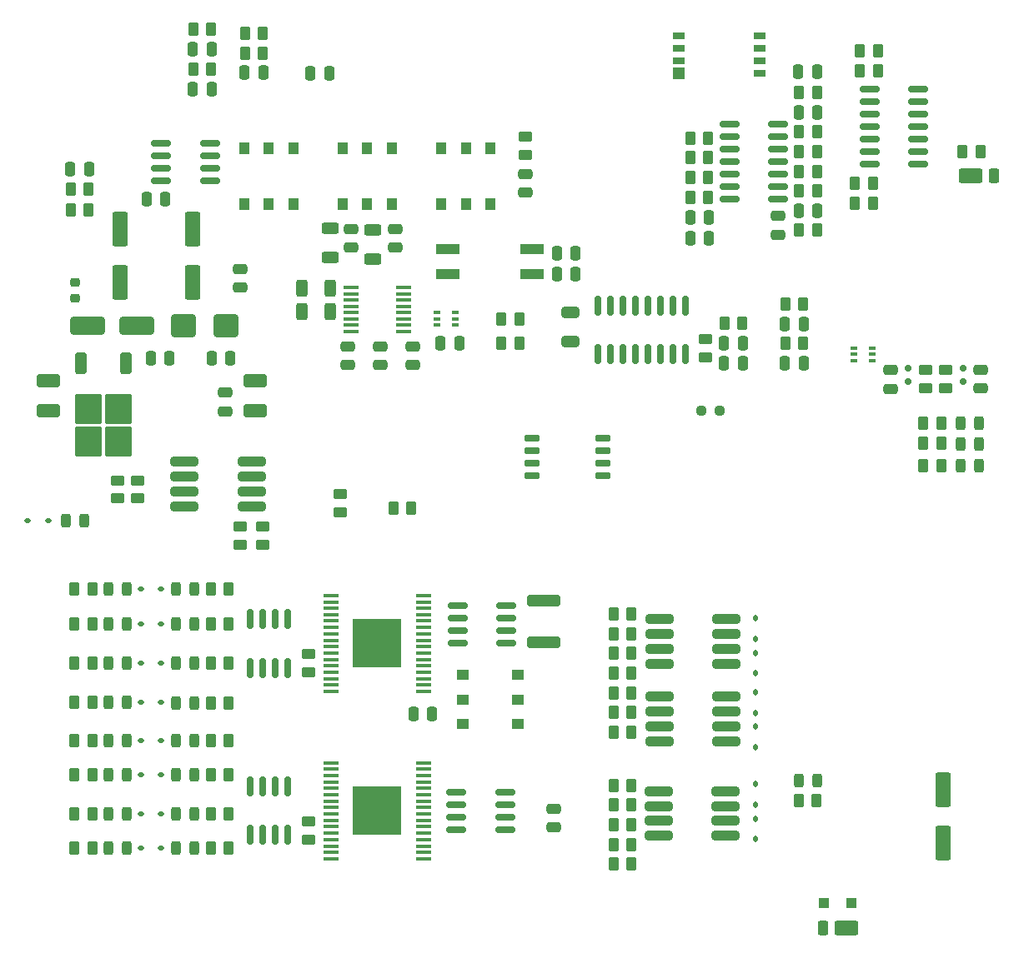
<source format=gtp>
G04 #@! TF.GenerationSoftware,KiCad,Pcbnew,7.0.11*
G04 #@! TF.CreationDate,2026-02-08T08:31:11+11:00*
G04 #@! TF.ProjectId,DropBear,44726f70-4265-4617-922e-6b696361645f,rev?*
G04 #@! TF.SameCoordinates,Original*
G04 #@! TF.FileFunction,Paste,Top*
G04 #@! TF.FilePolarity,Positive*
%FSLAX46Y46*%
G04 Gerber Fmt 4.6, Leading zero omitted, Abs format (unit mm)*
G04 Created by KiCad (PCBNEW 7.0.11) date 2026-02-08 08:31:11*
%MOMM*%
%LPD*%
G01*
G04 APERTURE LIST*
G04 Aperture macros list*
%AMRoundRect*
0 Rectangle with rounded corners*
0 $1 Rounding radius*
0 $2 $3 $4 $5 $6 $7 $8 $9 X,Y pos of 4 corners*
0 Add a 4 corners polygon primitive as box body*
4,1,4,$2,$3,$4,$5,$6,$7,$8,$9,$2,$3,0*
0 Add four circle primitives for the rounded corners*
1,1,$1+$1,$2,$3*
1,1,$1+$1,$4,$5*
1,1,$1+$1,$6,$7*
1,1,$1+$1,$8,$9*
0 Add four rect primitives between the rounded corners*
20,1,$1+$1,$2,$3,$4,$5,0*
20,1,$1+$1,$4,$5,$6,$7,0*
20,1,$1+$1,$6,$7,$8,$9,0*
20,1,$1+$1,$8,$9,$2,$3,0*%
G04 Aperture macros list end*
%ADD10RoundRect,0.243750X-0.243750X-0.456250X0.243750X-0.456250X0.243750X0.456250X-0.243750X0.456250X0*%
%ADD11RoundRect,0.150000X-0.150000X0.825000X-0.150000X-0.825000X0.150000X-0.825000X0.150000X0.825000X0*%
%ADD12RoundRect,0.150000X-0.825000X-0.150000X0.825000X-0.150000X0.825000X0.150000X-0.825000X0.150000X0*%
%ADD13RoundRect,0.250000X-0.262500X-0.450000X0.262500X-0.450000X0.262500X0.450000X-0.262500X0.450000X0*%
%ADD14RoundRect,0.250000X-0.450000X0.262500X-0.450000X-0.262500X0.450000X-0.262500X0.450000X0.262500X0*%
%ADD15R,1.600200X0.431800*%
%ADD16R,4.953000X4.953000*%
%ADD17RoundRect,0.250000X0.475000X-0.250000X0.475000X0.250000X-0.475000X0.250000X-0.475000X-0.250000X0*%
%ADD18RoundRect,0.250000X-0.250000X-0.475000X0.250000X-0.475000X0.250000X0.475000X-0.250000X0.475000X0*%
%ADD19RoundRect,0.250000X0.250000X0.475000X-0.250000X0.475000X-0.250000X-0.475000X0.250000X-0.475000X0*%
%ADD20RoundRect,0.250000X0.262500X0.450000X-0.262500X0.450000X-0.262500X-0.450000X0.262500X-0.450000X0*%
%ADD21RoundRect,0.112500X0.112500X-0.187500X0.112500X0.187500X-0.112500X0.187500X-0.112500X-0.187500X0*%
%ADD22RoundRect,0.112500X-0.112500X0.187500X-0.112500X-0.187500X0.112500X-0.187500X0.112500X0.187500X0*%
%ADD23RoundRect,0.250000X-0.475000X0.250000X-0.475000X-0.250000X0.475000X-0.250000X0.475000X0.250000X0*%
%ADD24RoundRect,0.250000X-0.925000X0.412500X-0.925000X-0.412500X0.925000X-0.412500X0.925000X0.412500X0*%
%ADD25RoundRect,0.250000X0.450000X-0.262500X0.450000X0.262500X-0.450000X0.262500X-0.450000X-0.262500X0*%
%ADD26RoundRect,0.150000X0.150000X-0.825000X0.150000X0.825000X-0.150000X0.825000X-0.150000X-0.825000X0*%
%ADD27R,1.000000X1.150000*%
%ADD28RoundRect,0.250000X1.450000X-0.312500X1.450000X0.312500X-1.450000X0.312500X-1.450000X-0.312500X0*%
%ADD29R,0.650000X0.400000*%
%ADD30RoundRect,0.250000X0.650000X-0.325000X0.650000X0.325000X-0.650000X0.325000X-0.650000X-0.325000X0*%
%ADD31RoundRect,0.237500X-0.250000X-0.237500X0.250000X-0.237500X0.250000X0.237500X-0.250000X0.237500X0*%
%ADD32RoundRect,0.112500X-0.187500X-0.112500X0.187500X-0.112500X0.187500X0.112500X-0.187500X0.112500X0*%
%ADD33R,1.600000X0.410000*%
%ADD34RoundRect,0.218750X0.256250X-0.218750X0.256250X0.218750X-0.256250X0.218750X-0.256250X-0.218750X0*%
%ADD35RoundRect,0.250000X0.550000X-1.500000X0.550000X1.500000X-0.550000X1.500000X-0.550000X-1.500000X0*%
%ADD36RoundRect,0.250000X-0.950000X-0.500000X0.950000X-0.500000X0.950000X0.500000X-0.950000X0.500000X0*%
%ADD37RoundRect,0.250000X-0.275000X-0.500000X0.275000X-0.500000X0.275000X0.500000X-0.275000X0.500000X0*%
%ADD38RoundRect,0.250000X-1.000000X-0.900000X1.000000X-0.900000X1.000000X0.900000X-1.000000X0.900000X0*%
%ADD39R,1.200000X0.800000*%
%ADD40R,1.200000X1.200000*%
%ADD41RoundRect,0.243750X0.243750X0.456250X-0.243750X0.456250X-0.243750X-0.456250X0.243750X-0.456250X0*%
%ADD42RoundRect,0.250000X1.500000X0.650000X-1.500000X0.650000X-1.500000X-0.650000X1.500000X-0.650000X0*%
%ADD43R,2.440000X1.120000*%
%ADD44RoundRect,0.150000X-0.650000X-0.150000X0.650000X-0.150000X0.650000X0.150000X-0.650000X0.150000X0*%
%ADD45RoundRect,0.250000X0.950000X0.500000X-0.950000X0.500000X-0.950000X-0.500000X0.950000X-0.500000X0*%
%ADD46RoundRect,0.250000X0.275000X0.500000X-0.275000X0.500000X-0.275000X-0.500000X0.275000X-0.500000X0*%
%ADD47RoundRect,0.250000X-0.625000X0.312500X-0.625000X-0.312500X0.625000X-0.312500X0.625000X0.312500X0*%
%ADD48RoundRect,0.250000X-0.312500X-0.625000X0.312500X-0.625000X0.312500X0.625000X-0.312500X0.625000X0*%
%ADD49R,1.150000X1.000000*%
%ADD50RoundRect,0.237500X-1.162500X-0.237500X1.162500X-0.237500X1.162500X0.237500X-1.162500X0.237500X0*%
%ADD51RoundRect,0.237500X1.162500X0.237500X-1.162500X0.237500X-1.162500X-0.237500X1.162500X-0.237500X0*%
%ADD52RoundRect,0.250000X0.300000X0.300000X-0.300000X0.300000X-0.300000X-0.300000X0.300000X-0.300000X0*%
%ADD53RoundRect,0.150000X0.200000X-0.150000X0.200000X0.150000X-0.200000X0.150000X-0.200000X-0.150000X0*%
%ADD54RoundRect,0.250000X-0.350000X0.850000X-0.350000X-0.850000X0.350000X-0.850000X0.350000X0.850000X0*%
%ADD55RoundRect,0.250000X-1.125000X1.275000X-1.125000X-1.275000X1.125000X-1.275000X1.125000X1.275000X0*%
G04 APERTURE END LIST*
D10*
X187562500Y-93500000D03*
X189437500Y-93500000D03*
X187562500Y-89500000D03*
X189437500Y-89500000D03*
X187562500Y-86000000D03*
X189437500Y-86000000D03*
D11*
X198905000Y-89025000D03*
X197635000Y-89025000D03*
X196365000Y-89025000D03*
X195095000Y-89025000D03*
X195095000Y-93975000D03*
X196365000Y-93975000D03*
X197635000Y-93975000D03*
X198905000Y-93975000D03*
D12*
X216157000Y-87630000D03*
X216157000Y-88900000D03*
X216157000Y-90170000D03*
X216157000Y-91440000D03*
X221107000Y-91440000D03*
X221107000Y-90170000D03*
X221107000Y-88900000D03*
X221107000Y-87630000D03*
D13*
X191087500Y-112268000D03*
X192912500Y-112268000D03*
D14*
X201000000Y-109587500D03*
X201000000Y-111412500D03*
D10*
X187562500Y-101349000D03*
X189437500Y-101349000D03*
X187562500Y-112268000D03*
X189437500Y-112268000D03*
X187562500Y-104849000D03*
X189437500Y-104849000D03*
D11*
X198905000Y-106025000D03*
X197635000Y-106025000D03*
X196365000Y-106025000D03*
X195095000Y-106025000D03*
X195095000Y-110975000D03*
X196365000Y-110975000D03*
X197635000Y-110975000D03*
X198905000Y-110975000D03*
D12*
X216025000Y-106595000D03*
X216025000Y-107865000D03*
X216025000Y-109135000D03*
X216025000Y-110405000D03*
X220975000Y-110405000D03*
X220975000Y-109135000D03*
X220975000Y-107865000D03*
X220975000Y-106595000D03*
D15*
X203301000Y-103623200D03*
X203301000Y-104283600D03*
X203301000Y-104918600D03*
X203301000Y-105579000D03*
X203301000Y-106214000D03*
X203301000Y-106874400D03*
X203301000Y-107534800D03*
X203301000Y-108169800D03*
X203301000Y-108830200D03*
X203301000Y-109465200D03*
X203301000Y-110125600D03*
X203301000Y-110786000D03*
X203301000Y-111421000D03*
X203301000Y-112081400D03*
X203301000Y-112716400D03*
X203301000Y-113376800D03*
X212699000Y-113376800D03*
X212699000Y-112716400D03*
X212699000Y-112081400D03*
X212699000Y-111421000D03*
X212699000Y-110786000D03*
X212699000Y-110125600D03*
X212699000Y-109465200D03*
X212699000Y-108830200D03*
X212699000Y-108169800D03*
X212699000Y-107534800D03*
X212699000Y-106874400D03*
X212699000Y-106214000D03*
X212699000Y-105579000D03*
X212699000Y-104918600D03*
X212699000Y-104283600D03*
X212699000Y-103623200D03*
D16*
X208000000Y-108500000D03*
D10*
X187562500Y-108849000D03*
X189437500Y-108849000D03*
D14*
X201000000Y-92587500D03*
X201000000Y-94412500D03*
D10*
X187562500Y-97536000D03*
X189437500Y-97536000D03*
D17*
X248729994Y-49950000D03*
X248729994Y-48050000D03*
D18*
X249415500Y-59023000D03*
X251315500Y-59023000D03*
X250779994Y-47500000D03*
X252679994Y-47500000D03*
X250764000Y-33401000D03*
X252664000Y-33401000D03*
X194550000Y-33500000D03*
X196450000Y-33500000D03*
D19*
X252679994Y-37500000D03*
X250779994Y-37500000D03*
D18*
X201234000Y-33528000D03*
X203134000Y-33528000D03*
D19*
X241676000Y-48155000D03*
X239776000Y-48155000D03*
D13*
X189333500Y-29083000D03*
X191158500Y-29083000D03*
D20*
X196412500Y-31500000D03*
X194587500Y-31500000D03*
X241626500Y-42125000D03*
X239801500Y-42125000D03*
D13*
X250817494Y-43500000D03*
X252642494Y-43500000D03*
X239776000Y-44125000D03*
X241601000Y-44125000D03*
X220587500Y-58500000D03*
X222412500Y-58500000D03*
X231991500Y-113919000D03*
X233816500Y-113919000D03*
D20*
X233816500Y-107919000D03*
X231991500Y-107919000D03*
D13*
X231991500Y-94500000D03*
X233816500Y-94500000D03*
X231991500Y-88500000D03*
X233816500Y-88500000D03*
D21*
X246444000Y-94550000D03*
X246444000Y-92450000D03*
D22*
X246444000Y-105791000D03*
X246444000Y-107891000D03*
D21*
X246444000Y-102050000D03*
X246444000Y-99950000D03*
D22*
X246444000Y-96450000D03*
X246444000Y-98550000D03*
D13*
X231991500Y-105918000D03*
X233816500Y-105918000D03*
D20*
X233816500Y-96500000D03*
X231991500Y-96500000D03*
D13*
X249453000Y-61023000D03*
X251278000Y-61023000D03*
D23*
X192532000Y-66004400D03*
X192532000Y-67904400D03*
D17*
X194056000Y-55306000D03*
X194056000Y-53406000D03*
D24*
X195580000Y-64756500D03*
X195580000Y-67831500D03*
X174650400Y-64756500D03*
X174650400Y-67831500D03*
D21*
X246444000Y-111391000D03*
X246444000Y-109291000D03*
D22*
X246444000Y-88950000D03*
X246444000Y-91050000D03*
D12*
X186058000Y-40640000D03*
X186058000Y-41910000D03*
X186058000Y-43180000D03*
X186058000Y-44450000D03*
X191008000Y-44450000D03*
X191008000Y-43180000D03*
X191008000Y-41910000D03*
X191008000Y-40640000D03*
D18*
X243222500Y-60992000D03*
X245122500Y-60992000D03*
X243222500Y-62992000D03*
X245122500Y-62992000D03*
D19*
X228153000Y-51816000D03*
X226253000Y-51816000D03*
D18*
X214442000Y-61000000D03*
X216342000Y-61000000D03*
D25*
X241300000Y-62380500D03*
X241300000Y-60555500D03*
D20*
X251278000Y-57023000D03*
X249453000Y-57023000D03*
D13*
X194587500Y-29500000D03*
X196412500Y-29500000D03*
X250817494Y-39500000D03*
X252642494Y-39500000D03*
D20*
X222412500Y-61000000D03*
X220587500Y-61000000D03*
D26*
X230378000Y-62100000D03*
X231648000Y-62100000D03*
X232918000Y-62100000D03*
X234188000Y-62100000D03*
X235458000Y-62100000D03*
X236728000Y-62100000D03*
X237998000Y-62100000D03*
X239268000Y-62100000D03*
X239268000Y-57150000D03*
X237998000Y-57150000D03*
X236728000Y-57150000D03*
X235458000Y-57150000D03*
X234188000Y-57150000D03*
X232918000Y-57150000D03*
X231648000Y-57150000D03*
X230378000Y-57150000D03*
D27*
X194500000Y-41175000D03*
X197000000Y-41175000D03*
X199500000Y-41175000D03*
X194500000Y-46825000D03*
X197000000Y-46825000D03*
X199500000Y-46825000D03*
D18*
X249415500Y-63023000D03*
X251315500Y-63023000D03*
D19*
X241676000Y-50282000D03*
X239776000Y-50282000D03*
D20*
X245085000Y-58992000D03*
X243260000Y-58992000D03*
D13*
X250817494Y-49500000D03*
X252642494Y-49500000D03*
D20*
X252642494Y-35500000D03*
X250817494Y-35500000D03*
X191158500Y-33147000D03*
X189333500Y-33147000D03*
D13*
X239801500Y-40125000D03*
X241626500Y-40125000D03*
D20*
X252642494Y-45500000D03*
X250817494Y-45500000D03*
X252642494Y-41500000D03*
X250817494Y-41500000D03*
X258849500Y-31242000D03*
X257024500Y-31242000D03*
X258849500Y-33274000D03*
X257024500Y-33274000D03*
X258341500Y-44704000D03*
X256516500Y-44704000D03*
D13*
X256516500Y-46736000D03*
X258341500Y-46736000D03*
D12*
X243754994Y-38690000D03*
X243754994Y-39960000D03*
X243754994Y-41230000D03*
X243754994Y-42500000D03*
X243754994Y-43770000D03*
X243754994Y-45040000D03*
X243754994Y-46310000D03*
X248704994Y-46310000D03*
X248704994Y-45040000D03*
X248704994Y-43770000D03*
X248704994Y-42500000D03*
X248704994Y-41230000D03*
X248704994Y-39960000D03*
X248704994Y-38690000D03*
X258002000Y-35179000D03*
X258002000Y-36449000D03*
X258002000Y-37719000D03*
X258002000Y-38989000D03*
X258002000Y-40259000D03*
X258002000Y-41529000D03*
X258002000Y-42799000D03*
X262952000Y-42799000D03*
X262952000Y-41529000D03*
X262952000Y-40259000D03*
X262952000Y-38989000D03*
X262952000Y-37719000D03*
X262952000Y-36449000D03*
X262952000Y-35179000D03*
D28*
X224917000Y-91418500D03*
X224917000Y-87143500D03*
D18*
X226253000Y-53975000D03*
X228153000Y-53975000D03*
D29*
X214050000Y-57850000D03*
X214050000Y-58500000D03*
X214050000Y-59150000D03*
X215950000Y-59150000D03*
X215950000Y-58500000D03*
X215950000Y-57850000D03*
D13*
X176887500Y-47394000D03*
X178712500Y-47394000D03*
D18*
X176850000Y-43307000D03*
X178750000Y-43307000D03*
D19*
X186497000Y-46355000D03*
X184597000Y-46355000D03*
D20*
X241601000Y-46125000D03*
X239776000Y-46125000D03*
D30*
X227584000Y-60784000D03*
X227584000Y-57834000D03*
D18*
X189296000Y-31115000D03*
X191196000Y-31115000D03*
X185028800Y-62534800D03*
X186928800Y-62534800D03*
D31*
X240919500Y-67818000D03*
X242744500Y-67818000D03*
D14*
X181610000Y-74931900D03*
X181610000Y-76756900D03*
D32*
X183989000Y-108849000D03*
X186089000Y-108849000D03*
X183989000Y-93500000D03*
X186089000Y-93500000D03*
X183989000Y-104849000D03*
X186089000Y-104849000D03*
X183989000Y-89500000D03*
X186089000Y-89500000D03*
D19*
X191196000Y-35179000D03*
X189296000Y-35179000D03*
D23*
X205359000Y-49342000D03*
X205359000Y-51242000D03*
D17*
X209804000Y-51242000D03*
X209804000Y-49342000D03*
D23*
X208280000Y-61280000D03*
X208280000Y-63180000D03*
X204978000Y-61280000D03*
X204978000Y-63180000D03*
X211582000Y-61280000D03*
X211582000Y-63180000D03*
D33*
X210680300Y-59766200D03*
X210680300Y-59131200D03*
X210680300Y-58496200D03*
X210680300Y-57861200D03*
X210680300Y-57226200D03*
X210680300Y-56591200D03*
X210680300Y-55956200D03*
X210680300Y-55321200D03*
X205371700Y-55321200D03*
X205371700Y-55956200D03*
X205371700Y-56591200D03*
X205371700Y-57226200D03*
X205371700Y-57861200D03*
X205371700Y-58496200D03*
X205371700Y-59131200D03*
X205371700Y-59766200D03*
D17*
X269240000Y-65593000D03*
X269240000Y-63693000D03*
X260096000Y-65616500D03*
X260096000Y-63716500D03*
D14*
X265684000Y-63730500D03*
X265684000Y-65555500D03*
X263652000Y-63730500D03*
X263652000Y-65555500D03*
D29*
X258273062Y-62753000D03*
X258273062Y-62103000D03*
X258273062Y-61453000D03*
X256373062Y-61453000D03*
X256373062Y-62103000D03*
X256373062Y-62753000D03*
D34*
X177292000Y-56413500D03*
X177292000Y-54838500D03*
D20*
X192936500Y-108839000D03*
X191111500Y-108839000D03*
X192936500Y-93472000D03*
X191111500Y-93472000D03*
X192936500Y-104849000D03*
X191111500Y-104849000D03*
X192936500Y-89500000D03*
X191111500Y-89500000D03*
D13*
X191111500Y-97536000D03*
X192936500Y-97536000D03*
X191111500Y-101349000D03*
X192936500Y-101349000D03*
X191111500Y-86000000D03*
X192936500Y-86000000D03*
D35*
X265430000Y-111793000D03*
X265430000Y-106393000D03*
D36*
X255612000Y-120396000D03*
D37*
X253237000Y-120396000D03*
D38*
X188350000Y-59182000D03*
X192650000Y-59182000D03*
D39*
X246833000Y-33528000D03*
X246833000Y-32258000D03*
X246833000Y-30988000D03*
X246833000Y-29718000D03*
X238633000Y-29718000D03*
X238633000Y-30988000D03*
X238633000Y-32258000D03*
D40*
X238633000Y-33528000D03*
D41*
X269122250Y-69088000D03*
X267247250Y-69088000D03*
X269122250Y-73406000D03*
X267247250Y-73406000D03*
X269122250Y-71247000D03*
X267247250Y-71247000D03*
D35*
X189230000Y-54770000D03*
X189230000Y-49370000D03*
X181864000Y-54770000D03*
X181864000Y-49370000D03*
D42*
X183602000Y-59182000D03*
X178602000Y-59182000D03*
D20*
X233816500Y-98500000D03*
X231991500Y-98500000D03*
X233816500Y-100500000D03*
X231991500Y-100500000D03*
X233816500Y-90500000D03*
X231991500Y-90500000D03*
X233816500Y-92500000D03*
X231991500Y-92500000D03*
X233816500Y-109919000D03*
X231991500Y-109919000D03*
X233816500Y-111919000D03*
X231991500Y-111919000D03*
D15*
X203301000Y-86623200D03*
X203301000Y-87283600D03*
X203301000Y-87918600D03*
X203301000Y-88579000D03*
X203301000Y-89214000D03*
X203301000Y-89874400D03*
X203301000Y-90534800D03*
X203301000Y-91169800D03*
X203301000Y-91830200D03*
X203301000Y-92465200D03*
X203301000Y-93125600D03*
X203301000Y-93786000D03*
X203301000Y-94421000D03*
X203301000Y-95081400D03*
X203301000Y-95716400D03*
X203301000Y-96376800D03*
X212699000Y-96376800D03*
X212699000Y-95716400D03*
X212699000Y-95081400D03*
X212699000Y-94421000D03*
X212699000Y-93786000D03*
X212699000Y-93125600D03*
X212699000Y-92465200D03*
X212699000Y-91830200D03*
X212699000Y-91169800D03*
X212699000Y-90534800D03*
X212699000Y-89874400D03*
X212699000Y-89214000D03*
X212699000Y-88579000D03*
X212699000Y-87918600D03*
X212699000Y-87283600D03*
X212699000Y-86623200D03*
D16*
X208000000Y-91500000D03*
D43*
X223761000Y-53975000D03*
X223761000Y-51435000D03*
X215151000Y-51435000D03*
X215151000Y-53975000D03*
D17*
X225933000Y-110170000D03*
X225933000Y-108270000D03*
D18*
X211667001Y-98638001D03*
X213567001Y-98638001D03*
D27*
X204500000Y-41175000D03*
X207000000Y-41175000D03*
X209500000Y-41175000D03*
X204500000Y-46825000D03*
X207000000Y-46825000D03*
X209500000Y-46825000D03*
D32*
X183989000Y-86000000D03*
X186089000Y-86000000D03*
D41*
X182547500Y-86000000D03*
X180672500Y-86000000D03*
D20*
X179093500Y-85979000D03*
X177268500Y-85979000D03*
D41*
X182547500Y-112268000D03*
X180672500Y-112268000D03*
X182547500Y-108849000D03*
X180672500Y-108849000D03*
X182547500Y-97500000D03*
X180672500Y-97500000D03*
X182547500Y-93500000D03*
X180672500Y-93500000D03*
X182547500Y-104849000D03*
X180672500Y-104849000D03*
X182547500Y-101346000D03*
X180672500Y-101346000D03*
X182547500Y-89500000D03*
X180672500Y-89500000D03*
D20*
X179093500Y-112268000D03*
X177268500Y-112268000D03*
X179093500Y-108849000D03*
X177268500Y-108849000D03*
X179093500Y-93500000D03*
X177268500Y-93500000D03*
X179093500Y-104849000D03*
X177268500Y-104849000D03*
X179093500Y-101349000D03*
X177268500Y-101349000D03*
X179093500Y-89500000D03*
X177268500Y-89500000D03*
D32*
X183989000Y-97500000D03*
X186089000Y-97500000D03*
D20*
X179093500Y-97500000D03*
X177268500Y-97500000D03*
D44*
X223730000Y-70612000D03*
X223730000Y-71882000D03*
X223730000Y-73152000D03*
X223730000Y-74422000D03*
X230930000Y-74422000D03*
X230930000Y-73152000D03*
X230930000Y-71882000D03*
X230930000Y-70612000D03*
D32*
X183989000Y-112268000D03*
X186089000Y-112268000D03*
X183989000Y-101349000D03*
X186089000Y-101349000D03*
D45*
X268288400Y-43942000D03*
D46*
X270663400Y-43942000D03*
D47*
X203200000Y-49337500D03*
X203200000Y-52262500D03*
D48*
X200340500Y-57785000D03*
X203265500Y-57785000D03*
X200340500Y-55372000D03*
X203265500Y-55372000D03*
D47*
X207518000Y-49464500D03*
X207518000Y-52389500D03*
D13*
X176887500Y-45339000D03*
X178712500Y-45339000D03*
D27*
X214500000Y-41175000D03*
X217000000Y-41175000D03*
X219500000Y-41175000D03*
X214500000Y-46825000D03*
X217000000Y-46825000D03*
X219500000Y-46825000D03*
D49*
X216675000Y-99706000D03*
X216675000Y-97206000D03*
X216675000Y-94706000D03*
X222325000Y-99706000D03*
X222325000Y-97206000D03*
X222325000Y-94706000D03*
D50*
X236693000Y-89027000D03*
X236693000Y-90547000D03*
X236693000Y-92067000D03*
X236693000Y-93587000D03*
X243493000Y-93587000D03*
X243493000Y-92067000D03*
X243493000Y-90547000D03*
X243493000Y-89027000D03*
X236693000Y-96901000D03*
X236693000Y-98421000D03*
X236693000Y-99941000D03*
X236693000Y-101461000D03*
X243493000Y-101461000D03*
X243493000Y-99941000D03*
X243493000Y-98421000D03*
X243493000Y-96901000D03*
X236566000Y-106497000D03*
X236566000Y-108017000D03*
X236566000Y-109537000D03*
X236566000Y-111057000D03*
X243366000Y-111057000D03*
X243366000Y-109537000D03*
X243366000Y-108017000D03*
X243366000Y-106497000D03*
D13*
X267438500Y-41529000D03*
X269263500Y-41529000D03*
D51*
X195259400Y-77597000D03*
X195259400Y-76077000D03*
X195259400Y-74557000D03*
X195259400Y-73037000D03*
X188459400Y-73037000D03*
X188459400Y-74557000D03*
X188459400Y-76077000D03*
X188459400Y-77597000D03*
D17*
X223012000Y-45654000D03*
X223012000Y-43754000D03*
D52*
X256162000Y-117856000D03*
X253362000Y-117856000D03*
D25*
X194056000Y-81430500D03*
X194056000Y-79605500D03*
D20*
X265275700Y-69088000D03*
X263450700Y-69088000D03*
D10*
X176405300Y-78994000D03*
X178280300Y-78994000D03*
D53*
X261874000Y-63497000D03*
X261874000Y-64897000D03*
D32*
X172482800Y-78994000D03*
X174582800Y-78994000D03*
D10*
X250776500Y-105410000D03*
X252651500Y-105410000D03*
D14*
X196342000Y-79605500D03*
X196342000Y-81430500D03*
X183692800Y-74931900D03*
X183692800Y-76756900D03*
D13*
X263450700Y-71170800D03*
X265275700Y-71170800D03*
D53*
X267462000Y-63500000D03*
X267462000Y-64900000D03*
D13*
X263450700Y-73406000D03*
X265275700Y-73406000D03*
X250801500Y-107442000D03*
X252626500Y-107442000D03*
D54*
X182499000Y-63032000D03*
D55*
X181744000Y-67657000D03*
X178694000Y-67657000D03*
X181744000Y-71007000D03*
X178694000Y-71007000D03*
D54*
X177939000Y-63032000D03*
D25*
X204216000Y-78128500D03*
X204216000Y-76303500D03*
D18*
X191175600Y-62534800D03*
X193075600Y-62534800D03*
D13*
X209653500Y-77724000D03*
X211478500Y-77724000D03*
D14*
X223012000Y-39981500D03*
X223012000Y-41806500D03*
M02*

</source>
